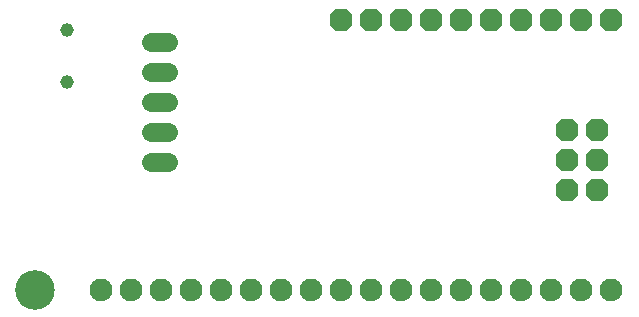
<source format=gbr>
G04 EAGLE Gerber RS-274X export*
G75*
%MOMM*%
%FSLAX34Y34*%
%LPD*%
%INSoldermask Bottom*%
%IPPOS*%
%AMOC8*
5,1,8,0,0,1.08239X$1,22.5*%
G01*
%ADD10C,3.352400*%
%ADD11P,2.089446X8X292.500000*%
%ADD12C,1.574800*%
%ADD13C,1.930400*%
%ADD14C,1.152400*%


D10*
X25020Y25750D03*
D11*
X475070Y160990D03*
X500470Y160990D03*
X475070Y135590D03*
X500470Y135590D03*
X475070Y110190D03*
X500470Y110190D03*
D12*
X137242Y235730D02*
X123018Y235730D01*
X123018Y210330D02*
X137242Y210330D01*
X137242Y184930D02*
X123018Y184930D01*
X123018Y159530D02*
X137242Y159530D01*
X137242Y134130D02*
X123018Y134130D01*
D13*
X81280Y25400D03*
X106680Y25400D03*
X132080Y25400D03*
X157480Y25400D03*
X182880Y25400D03*
X208280Y25400D03*
X233680Y25400D03*
X259080Y25400D03*
X284480Y25400D03*
X309880Y25400D03*
X335280Y25400D03*
X360680Y25400D03*
X386080Y25400D03*
X411480Y25400D03*
X436880Y25400D03*
X462280Y25400D03*
X487680Y25400D03*
X513080Y25400D03*
D11*
X513080Y254000D03*
X487680Y254000D03*
X462280Y254000D03*
X436880Y254000D03*
X411480Y254000D03*
X386080Y254000D03*
X360680Y254000D03*
X335280Y254000D03*
X309880Y254000D03*
X284480Y254000D03*
D14*
X51910Y245520D03*
X51910Y201520D03*
M02*

</source>
